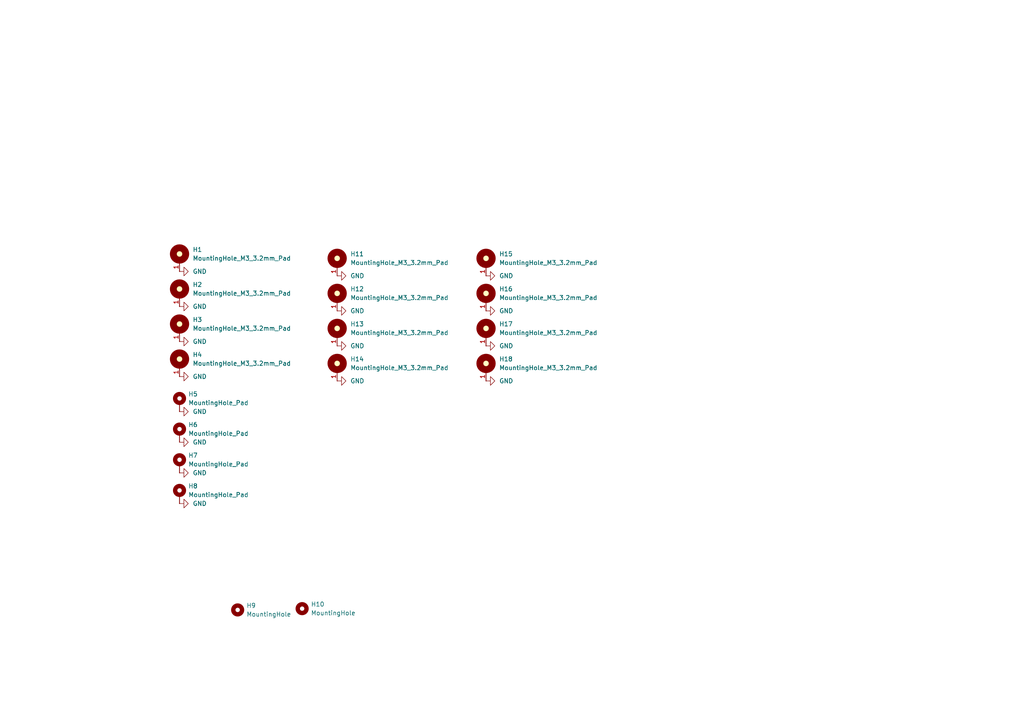
<source format=kicad_sch>
(kicad_sch (version 20231120) (generator "eeschema") (generator_version "8.0")
  (paper "A4")
  (lib_symbols
    (symbol "Mechanical:MountingHole" (pin_names (offset 1.016)) (exclude_from_sim yes) (in_bom no)
      (property "Reference" "H" (at 0 5.08 0))
      (property "Value" "MountingHole" (at 0 3.175 0))
      (symbol "MountingHole_0_1"
        (circle (center 0 0) (radius 1.27) (stroke (width 1.27)))
      )
    )
    (symbol "Mechanical:MountingHole_Pad" (pin_numbers hide) (pin_names (offset 1.016) hide) (exclude_from_sim yes) (in_bom no)
      (property "Reference" "H" (at 0 6.35 0))
      (property "Value" "MountingHole_Pad" (at 0 4.445 0))
      (symbol "MountingHole_Pad_0_1"
        (circle (center 0 1.27) (radius 1.27) (stroke (width 1.27)))
      )
      (symbol "MountingHole_Pad_1_1"
        (pin input line (at 0 -2.54 90) (length 2.54) (name "1") (number "1"))
      )
    )
    (symbol "PCM_SL_Mechanical:MountingHole_M3_3.2mm_Pad"
      (property "Reference" "H" (at 0 7.62 0))
      (property "Value" "MountingHole_M3_3.2mm_Pad" (at 0 5.08 0))
      (symbol "MountingHole_M3_3.2mm_Pad_0_1"
        (circle (center 0 0) (radius 1.27) (fill (type background)))
        (circle (center 0 0) (radius 1.7961) (stroke (width 2)))
      )
      (symbol "MountingHole_M3_3.2mm_Pad_1_1"
        (pin passive line (at 0 -5.08 90) (length 2.54) (name "") (number "1"))
      )
    )
    (symbol "power:GND" (power) (pin_numbers hide) (pin_names (offset 0) hide)
      (property "Value" "GND" (at 0 -3.81 0))
      (symbol "GND_0_1"
        (polyline (pts (xy 0 0) (xy 0 -1.27) (xy 1.27 -1.27) (xy 0 -2.54) (xy -1.27 -1.27) (xy 0 -1.27)))
      )
      (symbol "GND_1_1"
        (pin power_in line (at 0 0 270) (length 0) (name "~") (number "1"))
      )
    )
  )
  (symbol (lib_id "power:GND") (at 97.79 100.33 90) (unit 1)
    (property "Reference" "#PWR011" (effects (hide yes)))
    (property "Value" "GND" (at 101.6 100.3299 90) (effects (justify right)))
    (property "Description" "Power symbol creates a global label with name \"GND\" , ground" (effects (hide yes)))
  )
  (symbol (lib_id "Mechanical:MountingHole_Pad") (at 52.07 143.51 0) (unit 1) (exclude_from_sim yes) (in_bom no)
    (property "Reference" "H8" (at 54.61 140.9699 0) (effects (justify left)))
    (property "Value" "MountingHole_Pad" (at 54.61 143.5099 0) (effects (justify left)))
    (property "Footprint" "MountingHole:MountingHole_2.2mm_M2_ISO7380_Pad" (effects (hide yes)))
    (property "Description" "Mounting Hole with connection" (effects (hide yes)))
  )
  (symbol (lib_id "PCM_SL_Mechanical:MountingHole_M3_3.2mm_Pad") (at 140.97 74.93 0) (unit 1)
    (property "Reference" "H15" (at 144.78 73.6599 0) (effects (justify left)))
    (property "Value" "MountingHole_M3_3.2mm_Pad" (at 144.78 76.1999 0) (effects (justify left)))
    (property "Footprint" "PCM_SL_Mechanical:MountingHole_3.2mm_Pad" (effects (hide yes)))
    (property "Description" "3.2mm Diameter Mounting Hole Pad (M3)" (effects (hide yes)))
  )
  (symbol (lib_id "power:GND") (at 52.07 88.9 90) (unit 1)
    (property "Reference" "#PWR02" (effects (hide yes)))
    (property "Value" "GND" (at 55.88 88.8999 90) (effects (justify right)))
    (property "Description" "Power symbol creates a global label with name \"GND\" , ground" (effects (hide yes)))
  )
  (symbol (lib_id "power:GND") (at 140.97 80.01 90) (unit 1)
    (property "Reference" "#PWR013" (effects (hide yes)))
    (property "Value" "GND" (at 144.78 80.0099 90) (effects (justify right)))
    (property "Description" "Power symbol creates a global label with name \"GND\" , ground" (effects (hide yes)))
  )
  (symbol (lib_id "power:GND") (at 97.79 90.17 90) (unit 1)
    (property "Reference" "#PWR010" (effects (hide yes)))
    (property "Value" "GND" (at 101.6 90.1699 90) (effects (justify right)))
    (property "Description" "Power symbol creates a global label with name \"GND\" , ground" (effects (hide yes)))
  )
  (symbol (lib_id "PCM_SL_Mechanical:MountingHole_M3_3.2mm_Pad") (at 97.79 105.41 0) (unit 1)
    (property "Reference" "H14" (at 101.6 104.1399 0) (effects (justify left)))
    (property "Value" "MountingHole_M3_3.2mm_Pad" (at 101.6 106.6799 0) (effects (justify left)))
    (property "Footprint" "PCM_SL_Mechanical:MountingHole_3.2mm_Pad" (effects (hide yes)))
    (property "Description" "3.2mm Diameter Mounting Hole Pad (M3)" (effects (hide yes)))
  )
  (symbol (lib_id "power:GND") (at 52.07 137.16 90) (unit 1)
    (property "Reference" "#PWR07" (effects (hide yes)))
    (property "Value" "GND" (at 55.88 137.1599 90) (effects (justify right)))
    (property "Description" "Power symbol creates a global label with name \"GND\" , ground" (effects (hide yes)))
  )
  (symbol (lib_id "power:GND") (at 52.07 119.38 90) (unit 1)
    (property "Reference" "#PWR05" (effects (hide yes)))
    (property "Value" "GND" (at 55.88 119.3799 90) (effects (justify right)))
    (property "Description" "Power symbol creates a global label with name \"GND\" , ground" (effects (hide yes)))
  )
  (symbol (lib_id "power:GND") (at 52.07 128.27 90) (unit 1)
    (property "Reference" "#PWR06" (effects (hide yes)))
    (property "Value" "GND" (at 55.88 128.2699 90) (effects (justify right)))
    (property "Description" "Power symbol creates a global label with name \"GND\" , ground" (effects (hide yes)))
  )
  (symbol (lib_id "PCM_SL_Mechanical:MountingHole_M3_3.2mm_Pad") (at 97.79 95.25 0) (unit 1)
    (property "Reference" "H13" (at 101.6 93.9799 0) (effects (justify left)))
    (property "Value" "MountingHole_M3_3.2mm_Pad" (at 101.6 96.5199 0) (effects (justify left)))
    (property "Footprint" "PCM_SL_Mechanical:MountingHole_3.2mm_Pad" (effects (hide yes)))
    (property "Description" "3.2mm Diameter Mounting Hole Pad (M3)" (effects (hide yes)))
  )
  (symbol (lib_id "Mechanical:MountingHole") (at 68.9314 176.9047 0) (unit 1) (exclude_from_sim yes) (in_bom no)
    (property "Reference" "H9" (at 71.4714 175.6346 0) (effects (justify left)))
    (property "Value" "MountingHole" (at 71.4714 178.1746 0) (effects (justify left)))
    (property "Footprint" "MountingHole:MountingHole_2.2mm_M2_ISO7380" (effects (hide yes)))
    (property "Description" "Mounting Hole without connection" (effects (hide yes)))
  )
  (symbol (lib_id "power:GND") (at 140.97 110.49 90) (unit 1)
    (property "Reference" "#PWR016" (effects (hide yes)))
    (property "Value" "GND" (at 144.78 110.4899 90) (effects (justify right)))
    (property "Description" "Power symbol creates a global label with name \"GND\" , ground" (effects (hide yes)))
  )
  (symbol (lib_id "PCM_SL_Mechanical:MountingHole_M3_3.2mm_Pad") (at 97.79 85.09 0) (unit 1)
    (property "Reference" "H12" (at 101.6 83.8199 0) (effects (justify left)))
    (property "Value" "MountingHole_M3_3.2mm_Pad" (at 101.6 86.3599 0) (effects (justify left)))
    (property "Footprint" "PCM_SL_Mechanical:MountingHole_3.2mm_Pad" (effects (hide yes)))
    (property "Description" "3.2mm Diameter Mounting Hole Pad (M3)" (effects (hide yes)))
  )
  (symbol (lib_id "power:GND") (at 140.97 90.17 90) (unit 1)
    (property "Reference" "#PWR014" (effects (hide yes)))
    (property "Value" "GND" (at 144.78 90.1699 90) (effects (justify right)))
    (property "Description" "Power symbol creates a global label with name \"GND\" , ground" (effects (hide yes)))
  )
  (symbol (lib_id "PCM_SL_Mechanical:MountingHole_M3_3.2mm_Pad") (at 52.07 83.82 0) (unit 1)
    (property "Reference" "H2" (at 55.88 82.5499 0) (effects (justify left)))
    (property "Value" "MountingHole_M3_3.2mm_Pad" (at 55.88 85.0899 0) (effects (justify left)))
    (property "Footprint" "PCM_SL_Mechanical:MountingHole_3.2mm_Pad" (effects (hide yes)))
    (property "Description" "3.2mm Diameter Mounting Hole Pad (M3)" (effects (hide yes)))
  )
  (symbol (lib_id "Mechanical:MountingHole_Pad") (at 52.07 116.84 0) (unit 1) (exclude_from_sim yes) (in_bom no)
    (property "Reference" "H5" (at 54.61 114.2999 0) (effects (justify left)))
    (property "Value" "MountingHole_Pad" (at 54.61 116.8399 0) (effects (justify left)))
    (property "Footprint" "MountingHole:MountingHole_2.2mm_M2_ISO7380_Pad" (effects (hide yes)))
    (property "Description" "Mounting Hole with connection" (effects (hide yes)))
  )
  (symbol (lib_id "power:GND") (at 52.07 109.22 90) (unit 1)
    (property "Reference" "#PWR04" (effects (hide yes)))
    (property "Value" "GND" (at 55.88 109.2199 90) (effects (justify right)))
    (property "Description" "Power symbol creates a global label with name \"GND\" , ground" (effects (hide yes)))
  )
  (symbol (lib_id "PCM_SL_Mechanical:MountingHole_M3_3.2mm_Pad") (at 52.07 104.14 0) (unit 1)
    (property "Reference" "H4" (at 55.88 102.8699 0) (effects (justify left)))
    (property "Value" "MountingHole_M3_3.2mm_Pad" (at 55.88 105.4099 0) (effects (justify left)))
    (property "Footprint" "PCM_SL_Mechanical:MountingHole_3.2mm_Pad" (effects (hide yes)))
    (property "Description" "3.2mm Diameter Mounting Hole Pad (M3)" (effects (hide yes)))
  )
  (symbol (lib_id "power:GND") (at 140.97 100.33 90) (unit 1)
    (property "Reference" "#PWR015" (effects (hide yes)))
    (property "Value" "GND" (at 144.78 100.3299 90) (effects (justify right)))
    (property "Description" "Power symbol creates a global label with name \"GND\" , ground" (effects (hide yes)))
  )
  (symbol (lib_id "power:GND") (at 52.07 99.06 90) (unit 1)
    (property "Reference" "#PWR03" (effects (hide yes)))
    (property "Value" "GND" (at 55.88 99.0599 90) (effects (justify right)))
    (property "Description" "Power symbol creates a global label with name \"GND\" , ground" (effects (hide yes)))
  )
  (symbol (lib_id "Mechanical:MountingHole_Pad") (at 52.07 125.73 0) (unit 1) (exclude_from_sim yes) (in_bom no)
    (property "Reference" "H6" (at 54.61 123.1899 0) (effects (justify left)))
    (property "Value" "MountingHole_Pad" (at 54.61 125.7299 0) (effects (justify left)))
    (property "Footprint" "MountingHole:MountingHole_2.2mm_M2_ISO7380_Pad" (effects (hide yes)))
    (property "Description" "Mounting Hole with connection" (effects (hide yes)))
  )
  (symbol (lib_id "PCM_SL_Mechanical:MountingHole_M3_3.2mm_Pad") (at 52.07 73.66 0) (unit 1)
    (property "Reference" "H1" (at 55.88 72.3899 0) (effects (justify left)))
    (property "Value" "MountingHole_M3_3.2mm_Pad" (at 55.88 74.9299 0) (effects (justify left)))
    (property "Footprint" "PCM_SL_Mechanical:MountingHole_3.2mm_Pad" (effects (hide yes)))
    (property "Description" "3.2mm Diameter Mounting Hole Pad (M3)" (effects (hide yes)))
  )
  (symbol (lib_id "power:GND") (at 97.79 80.01 90) (unit 1)
    (property "Reference" "#PWR09" (effects (hide yes)))
    (property "Value" "GND" (at 101.6 80.0099 90) (effects (justify right)))
    (property "Description" "Power symbol creates a global label with name \"GND\" , ground" (effects (hide yes)))
  )
  (symbol (lib_id "PCM_SL_Mechanical:MountingHole_M3_3.2mm_Pad") (at 97.79 74.93 0) (unit 1)
    (property "Reference" "H11" (at 101.6 73.6599 0) (effects (justify left)))
    (property "Value" "MountingHole_M3_3.2mm_Pad" (at 101.6 76.1999 0) (effects (justify left)))
    (property "Footprint" "PCM_SL_Mechanical:MountingHole_3.2mm_Pad" (effects (hide yes)))
    (property "Description" "3.2mm Diameter Mounting Hole Pad (M3)" (effects (hide yes)))
  )
  (symbol (lib_id "PCM_SL_Mechanical:MountingHole_M3_3.2mm_Pad") (at 140.97 95.25 0) (unit 1)
    (property "Reference" "H17" (at 144.78 93.9799 0) (effects (justify left)))
    (property "Value" "MountingHole_M3_3.2mm_Pad" (at 144.78 96.5199 0) (effects (justify left)))
    (property "Footprint" "PCM_SL_Mechanical:MountingHole_3.2mm_Pad" (effects (hide yes)))
    (property "Description" "3.2mm Diameter Mounting Hole Pad (M3)" (effects (hide yes)))
  )
  (symbol (lib_id "Mechanical:MountingHole_Pad") (at 52.07 134.62 0) (unit 1) (exclude_from_sim yes) (in_bom no)
    (property "Reference" "H7" (at 54.61 132.0799 0) (effects (justify left)))
    (property "Value" "MountingHole_Pad" (at 54.61 134.6199 0) (effects (justify left)))
    (property "Footprint" "MountingHole:MountingHole_2.2mm_M2_ISO7380_Pad" (effects (hide yes)))
    (property "Description" "Mounting Hole with connection" (effects (hide yes)))
  )
  (symbol (lib_id "power:GND") (at 52.07 78.74 90) (unit 1)
    (property "Reference" "#PWR01" (effects (hide yes)))
    (property "Value" "GND" (at 55.88 78.7399 90) (effects (justify right)))
    (property "Description" "Power symbol creates a global label with name \"GND\" , ground" (effects (hide yes)))
  )
  (symbol (lib_id "Mechanical:MountingHole") (at 87.63 176.53 0) (unit 1) (exclude_from_sim yes) (in_bom no)
    (property "Reference" "H10" (at 90.17 175.2599 0) (effects (justify left)))
    (property "Value" "MountingHole" (at 90.17 177.7999 0) (effects (justify left)))
    (property "Footprint" "MountingHole:MountingHole_2.2mm_M2_ISO7380" (effects (hide yes)))
    (property "Description" "Mounting Hole without connection" (effects (hide yes)))
  )
  (symbol (lib_id "power:GND") (at 52.07 146.05 90) (unit 1)
    (property "Reference" "#PWR08" (effects (hide yes)))
    (property "Value" "GND" (at 55.88 146.0499 90) (effects (justify right)))
    (property "Description" "Power symbol creates a global label with name \"GND\" , ground" (effects (hide yes)))
  )
  (symbol (lib_id "PCM_SL_Mechanical:MountingHole_M3_3.2mm_Pad") (at 52.07 93.98 0) (unit 1)
    (property "Reference" "H3" (at 55.88 92.7099 0) (effects (justify left)))
    (property "Value" "MountingHole_M3_3.2mm_Pad" (at 55.88 95.2499 0) (effects (justify left)))
    (property "Footprint" "PCM_SL_Mechanical:MountingHole_3.2mm_Pad" (effects (hide yes)))
    (property "Description" "3.2mm Diameter Mounting Hole Pad (M3)" (effects (hide yes)))
  )
  (symbol (lib_id "power:GND") (at 97.79 110.49 90) (unit 1)
    (property "Reference" "#PWR012" (effects (hide yes)))
    (property "Value" "GND" (at 101.6 110.4899 90) (effects (justify right)))
    (property "Description" "Power symbol creates a global label with name \"GND\" , ground" (effects (hide yes)))
  )
  (symbol (lib_id "PCM_SL_Mechanical:MountingHole_M3_3.2mm_Pad") (at 140.97 85.09 0) (unit 1)
    (property "Reference" "H16" (at 144.78 83.8199 0) (effects (justify left)))
    (property "Value" "MountingHole_M3_3.2mm_Pad" (at 144.78 86.3599 0) (effects (justify left)))
    (property "Footprint" "PCM_SL_Mechanical:MountingHole_3.2mm_Pad" (effects (hide yes)))
    (property "Description" "3.2mm Diameter Mounting Hole Pad (M3)" (effects (hide yes)))
  )
  (symbol (lib_id "PCM_SL_Mechanical:MountingHole_M3_3.2mm_Pad") (at 140.97 105.41 0) (unit 1)
    (property "Reference" "H18" (at 144.78 104.1399 0) (effects (justify left)))
    (property "Value" "MountingHole_M3_3.2mm_Pad" (at 144.78 106.6799 0) (effects (justify left)))
    (property "Footprint" "PCM_SL_Mechanical:MountingHole_3.2mm_Pad" (effects (hide yes)))
    (property "Description" "3.2mm Diameter Mounting Hole Pad (M3)" (effects (hide yes)))
  )
)
</source>
